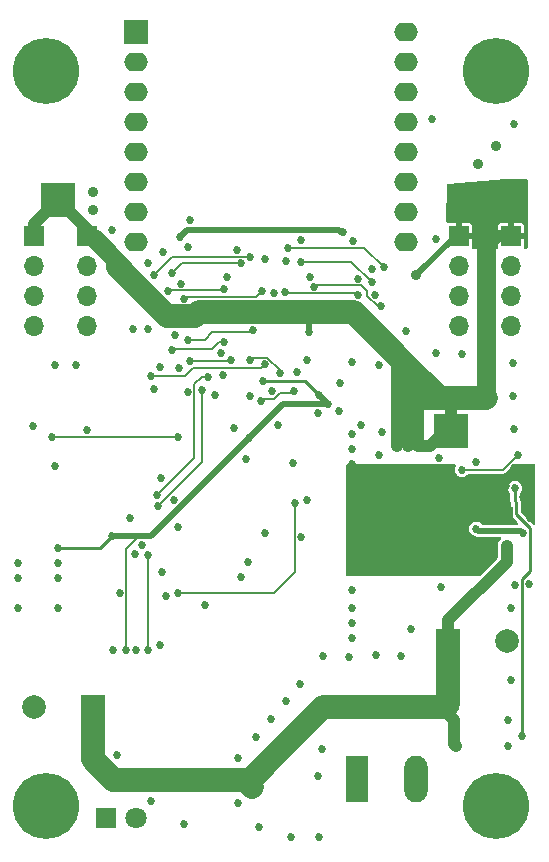
<source format=gbl>
%TF.GenerationSoftware,KiCad,Pcbnew,7.0.1*%
%TF.CreationDate,2023-06-05T22:57:50+02:00*%
%TF.ProjectId,AxisPCB-STM32F411,41786973-5043-4422-9d53-544d33324634,1*%
%TF.SameCoordinates,Original*%
%TF.FileFunction,Copper,L4,Bot*%
%TF.FilePolarity,Positive*%
%FSLAX46Y46*%
G04 Gerber Fmt 4.6, Leading zero omitted, Abs format (unit mm)*
G04 Created by KiCad (PCBNEW 7.0.1) date 2023-06-05 22:57:50*
%MOMM*%
%LPD*%
G01*
G04 APERTURE LIST*
%TA.AperFunction,ConnectorPad*%
%ADD10C,5.600000*%
%TD*%
%TA.AperFunction,ComponentPad*%
%ADD11C,3.600000*%
%TD*%
%TA.AperFunction,ComponentPad*%
%ADD12R,1.980000X3.960000*%
%TD*%
%TA.AperFunction,ComponentPad*%
%ADD13O,1.980000X3.960000*%
%TD*%
%TA.AperFunction,ComponentPad*%
%ADD14R,2.000000X2.000000*%
%TD*%
%TA.AperFunction,ComponentPad*%
%ADD15C,2.000000*%
%TD*%
%TA.AperFunction,ComponentPad*%
%ADD16R,1.700000X1.700000*%
%TD*%
%TA.AperFunction,ComponentPad*%
%ADD17O,1.700000X1.700000*%
%TD*%
%TA.AperFunction,ComponentPad*%
%ADD18O,2.000000X1.600000*%
%TD*%
%TA.AperFunction,ComponentPad*%
%ADD19R,1.800000X1.800000*%
%TD*%
%TA.AperFunction,ComponentPad*%
%ADD20C,1.800000*%
%TD*%
%TA.AperFunction,ComponentPad*%
%ADD21C,0.500000*%
%TD*%
%TA.AperFunction,SMDPad,CuDef*%
%ADD22R,1.550000X1.550000*%
%TD*%
%TA.AperFunction,SMDPad,CuDef*%
%ADD23R,3.000000X3.000000*%
%TD*%
%TA.AperFunction,ViaPad*%
%ADD24C,0.685800*%
%TD*%
%TA.AperFunction,ViaPad*%
%ADD25C,0.889000*%
%TD*%
%TA.AperFunction,Conductor*%
%ADD26C,0.508000*%
%TD*%
%TA.AperFunction,Conductor*%
%ADD27C,0.127000*%
%TD*%
%TA.AperFunction,Conductor*%
%ADD28C,2.032000*%
%TD*%
%TA.AperFunction,Conductor*%
%ADD29C,1.016000*%
%TD*%
%TA.AperFunction,Conductor*%
%ADD30C,0.254000*%
%TD*%
%TA.AperFunction,Conductor*%
%ADD31C,1.600000*%
%TD*%
G04 APERTURE END LIST*
D10*
X156210000Y-30480000D03*
D11*
X156210000Y-30480000D03*
D12*
X144428000Y-90424000D03*
D13*
X149428000Y-90424000D03*
D14*
X152153323Y-78740000D03*
D15*
X157153323Y-78740000D03*
D16*
X121600000Y-44450000D03*
D17*
X121600000Y-46990000D03*
X121600000Y-49530000D03*
X121600000Y-52070000D03*
D11*
X156210000Y-92710000D03*
D10*
X156210000Y-92710000D03*
D14*
X125730000Y-27178000D03*
D18*
X125730000Y-29718000D03*
X125730000Y-32258000D03*
X125730000Y-34798000D03*
X125730000Y-37338000D03*
X125730000Y-39878000D03*
X125730000Y-42418000D03*
X125730000Y-44958000D03*
X148590000Y-44958000D03*
X148590000Y-42418000D03*
X148590000Y-39878000D03*
X148590000Y-37338000D03*
X148590000Y-34798000D03*
X148590000Y-32258000D03*
X148590000Y-29718000D03*
X148590000Y-27178000D03*
D16*
X157480000Y-44450000D03*
D17*
X157480000Y-46990000D03*
X157480000Y-49530000D03*
X157480000Y-52070000D03*
D16*
X117094000Y-44450000D03*
D17*
X117094000Y-46990000D03*
X117094000Y-49530000D03*
X117094000Y-52070000D03*
D19*
X123185000Y-93726000D03*
D20*
X125725000Y-93726000D03*
D21*
X156343000Y-68701000D03*
X157393000Y-68701000D03*
D22*
X156868000Y-68176000D03*
D21*
X156343000Y-67651000D03*
X157393000Y-67651000D03*
D14*
X122052477Y-84302600D03*
D15*
X117052477Y-84302600D03*
D11*
X118110000Y-92710000D03*
D10*
X118110000Y-92710000D03*
D11*
X118110000Y-30480000D03*
D10*
X118110000Y-30480000D03*
D16*
X153035000Y-44450000D03*
D17*
X153035000Y-46990000D03*
X153035000Y-49530000D03*
X153035000Y-52070000D03*
D23*
X119126000Y-41402000D03*
X152400000Y-60960000D03*
D24*
X145161000Y-72898000D03*
X146304000Y-72898000D03*
X140335000Y-52578000D03*
X119126000Y-72136000D03*
X115697000Y-72136000D03*
X129274600Y-61479400D03*
X137769600Y-60452000D03*
X136601200Y-69646800D03*
X134620000Y-73355200D03*
X131572000Y-75692000D03*
X125628400Y-71424800D03*
X127889000Y-72873100D03*
X129286000Y-69088000D03*
X128930400Y-66852800D03*
X127863600Y-64973200D03*
X135001000Y-63373000D03*
X134010400Y-60756800D03*
X150774400Y-34594800D03*
X157734000Y-35001200D03*
X157480000Y-75996800D03*
X157429200Y-82092800D03*
X121564400Y-60858400D03*
X127762000Y-55575200D03*
X134264400Y-45618400D03*
X143967200Y-55168800D03*
X142900400Y-59283600D03*
X141122400Y-59486800D03*
X139319000Y-56007000D03*
X133096000Y-56235600D03*
X132917700Y-54406800D03*
X128981200Y-52832000D03*
X128778000Y-54102000D03*
X133197600Y-53441600D03*
X137261600Y-57556400D03*
X137871200Y-56083200D03*
X135331200Y-54965600D03*
X129387600Y-55626000D03*
X133756400Y-54965600D03*
X130302000Y-55016400D03*
X135585200Y-52425600D03*
X130098800Y-53238400D03*
X127000000Y-56337200D03*
X136601200Y-55321200D03*
X139649200Y-46634400D03*
X140766800Y-48743100D03*
X130285402Y-43129200D03*
X130149600Y-45364400D03*
X144068800Y-44856400D03*
X139649200Y-44805600D03*
X139060818Y-57585982D03*
X136296400Y-58470800D03*
X130098800Y-57708800D03*
X132435600Y-57962800D03*
X127508000Y-66395600D03*
X131851900Y-56388000D03*
X127558800Y-67310000D03*
X131318000Y-57479700D03*
X136601200Y-46431200D03*
X126746000Y-52324000D03*
X128044000Y-45847000D03*
X129476500Y-44513500D03*
X129540000Y-48489100D03*
X136403200Y-49149000D03*
X129794000Y-49784000D03*
X128397000Y-49149000D03*
X133146800Y-48971200D03*
X134625200Y-46760900D03*
X128746250Y-47593250D03*
X127254000Y-47752000D03*
X135387200Y-46228000D03*
D25*
X155321000Y-51689000D03*
D24*
X155321000Y-47498000D03*
X151511000Y-74168000D03*
X148971000Y-77724000D03*
X139573000Y-82423000D03*
X127000000Y-92329000D03*
X123748800Y-79502000D03*
X124841000Y-79502000D03*
X124079000Y-88392000D03*
X124333000Y-74676000D03*
X127762000Y-79095600D03*
X125730000Y-79502000D03*
X126746000Y-79502000D03*
X126746000Y-71501000D03*
X116967000Y-60579000D03*
X118618000Y-61468000D03*
X118872000Y-63957200D03*
X126746000Y-46736000D03*
X123698000Y-43942000D03*
X136144000Y-94488000D03*
X141478000Y-87884000D03*
X138430000Y-83820000D03*
X137160000Y-85344000D03*
X135890000Y-86868000D03*
X134366000Y-88646000D03*
X134366000Y-92456000D03*
X150876000Y-72898000D03*
X149733000Y-72898000D03*
X148590000Y-72898000D03*
X147447000Y-72898000D03*
X146304000Y-62992000D03*
X146558000Y-61087000D03*
X151130000Y-44704000D03*
X128270000Y-74930000D03*
X126238000Y-70612000D03*
X119126000Y-70866000D03*
X123698000Y-69850000D03*
X143205200Y-44145200D03*
X137414000Y-49276000D03*
X144497563Y-48082700D03*
X144487097Y-49469599D03*
X138356550Y-49219716D03*
X136448800Y-56743600D03*
X141224000Y-57912000D03*
X138379200Y-46583600D03*
X145948400Y-49428400D03*
X145669000Y-47244000D03*
X146431000Y-50419000D03*
X145669000Y-48387000D03*
X138562200Y-45466000D03*
X146685000Y-47117000D03*
X141986000Y-58674000D03*
X135280400Y-61569600D03*
X120650000Y-55372000D03*
X118872000Y-55372000D03*
X139192000Y-67056000D03*
X129286000Y-74676000D03*
X115697000Y-75946000D03*
X115697000Y-73406000D03*
X119126000Y-73406000D03*
X119126000Y-75946000D03*
X125170000Y-68326000D03*
X146304000Y-55372000D03*
X143002000Y-56896000D03*
X140208000Y-66802000D03*
X151384000Y-63246000D03*
X144018000Y-78486000D03*
X144018000Y-77216000D03*
X144018000Y-75946000D03*
X144018000Y-74422000D03*
X144018000Y-72898000D03*
X144018000Y-71628000D03*
X144018000Y-70104000D03*
X144018000Y-68326000D03*
X144018000Y-66802000D03*
X144018000Y-65278000D03*
X144018000Y-63754000D03*
X144018000Y-62484000D03*
X144018000Y-61214000D03*
X144780000Y-60452000D03*
X149606000Y-62230000D03*
X147828000Y-62230000D03*
X148717000Y-62230000D03*
D25*
X152400000Y-58166000D03*
X149887523Y-56614477D03*
X122047000Y-40767000D03*
D24*
X157607000Y-55245000D03*
D25*
X154686000Y-38328600D03*
D24*
X135379400Y-58036400D03*
D25*
X156159200Y-36855400D03*
D24*
X140213200Y-54991000D03*
X135178800Y-72034400D03*
X141224000Y-95380000D03*
X138811000Y-95377000D03*
X125450600Y-52324000D03*
X159004000Y-73914000D03*
X157810923Y-74015600D03*
X129794000Y-94234000D03*
X154531200Y-63604000D03*
X157607000Y-58039000D03*
X127254000Y-57454800D03*
D25*
X122047000Y-42291000D03*
D24*
X154305000Y-72517000D03*
X148183600Y-80035400D03*
X145999200Y-79933800D03*
X143789400Y-80086200D03*
X155090000Y-66347200D03*
X148590000Y-52476400D03*
X159105600Y-68300600D03*
X151130000Y-54356000D03*
X153289000Y-54483000D03*
X154470319Y-66966881D03*
X157020400Y-65636000D03*
X157734000Y-60833000D03*
X157200600Y-85471000D03*
X157251400Y-87630000D03*
X141097000Y-90170000D03*
X158445200Y-66550400D03*
X139014200Y-63652400D03*
X140441800Y-47955200D03*
X133456800Y-47955200D03*
X141528800Y-80035400D03*
X139724900Y-69951600D03*
X157683200Y-64109600D03*
X153769200Y-67972800D03*
X146913600Y-84353400D03*
X136728200Y-89204800D03*
X152781000Y-87630000D03*
X157099000Y-70739000D03*
X135534400Y-91084400D03*
X152654000Y-85471000D03*
X142697200Y-84353400D03*
X157808800Y-65831600D03*
X158419800Y-86766400D03*
D25*
X155321000Y-54991000D03*
D24*
X155321000Y-45466000D03*
X155321000Y-44069000D03*
D25*
X153517600Y-42443400D03*
X155321000Y-58166000D03*
X149428200Y-47777400D03*
D24*
X155321000Y-42926000D03*
D25*
X156184600Y-41325800D03*
D24*
X124984217Y-47850730D03*
X158064200Y-62992000D03*
X153310000Y-64264400D03*
X154531200Y-69242800D03*
X158483800Y-69596000D03*
D26*
X154706600Y-69418200D02*
X154531200Y-69242800D01*
X158483800Y-69596000D02*
X158306000Y-69418200D01*
X158306000Y-69418200D02*
X154706600Y-69418200D01*
D27*
X137414000Y-58293000D02*
X136474200Y-58293000D01*
X136474200Y-58293000D02*
X136296400Y-58470800D01*
X137922000Y-57785000D02*
X137414000Y-58293000D01*
X138861800Y-57785000D02*
X137922000Y-57785000D01*
X139060818Y-57585982D02*
X138861800Y-57785000D01*
D26*
X140335000Y-52578000D02*
X140335000Y-50927000D01*
D28*
X140335000Y-50927000D02*
X131089400Y-50927000D01*
X144200046Y-50927000D02*
X140335000Y-50927000D01*
X131089400Y-50927000D02*
X130746500Y-51269900D01*
X130746500Y-51269900D02*
X128358900Y-51269900D01*
X147855523Y-54582477D02*
X144200046Y-50927000D01*
X128358900Y-51269900D02*
X124206000Y-47117000D01*
D27*
X128524000Y-49022000D02*
X128397000Y-49149000D01*
X133096000Y-49022000D02*
X128524000Y-49022000D01*
X133146800Y-48971200D02*
X133096000Y-49022000D01*
D26*
X135280400Y-61569600D02*
X138176000Y-58674000D01*
X135280400Y-61569600D02*
X127000000Y-69850000D01*
X138176000Y-58674000D02*
X141986000Y-58674000D01*
D27*
X129274600Y-61479400D02*
X129263200Y-61468000D01*
X129263200Y-61468000D02*
X118618000Y-61468000D01*
X145034000Y-45466000D02*
X138562200Y-45466000D01*
X146685000Y-47117000D02*
X145034000Y-45466000D01*
D29*
X124206000Y-47117000D02*
X124206000Y-47056000D01*
X124206000Y-47056000D02*
X121600000Y-44450000D01*
X124984217Y-47057017D02*
X124984217Y-47850730D01*
X121600000Y-44450000D02*
X122377200Y-44450000D01*
X122377200Y-44450000D02*
X124984217Y-47057017D01*
D26*
X141986000Y-58674000D02*
X141224000Y-57912000D01*
D27*
X132740400Y-53441600D02*
X133197600Y-53441600D01*
X132130800Y-54051200D02*
X132740400Y-53441600D01*
X128828800Y-54051200D02*
X132130800Y-54051200D01*
X128778000Y-54102000D02*
X128828800Y-54051200D01*
X132130800Y-52628800D02*
X135382000Y-52628800D01*
X131521200Y-53238400D02*
X132130800Y-52628800D01*
X130098800Y-53238400D02*
X131521200Y-53238400D01*
X135382000Y-52628800D02*
X135585200Y-52425600D01*
X133756400Y-54965600D02*
X133705600Y-55016400D01*
X133705600Y-55016400D02*
X130302000Y-55016400D01*
X135509000Y-54787800D02*
X135331200Y-54965600D01*
X136822142Y-54787800D02*
X135509000Y-54787800D01*
X137871200Y-55836858D02*
X136822142Y-54787800D01*
X137871200Y-56083200D02*
X137871200Y-55836858D01*
X127050800Y-56286400D02*
X127000000Y-56337200D01*
X129895600Y-56286400D02*
X127050800Y-56286400D01*
X136601200Y-55321200D02*
X136296400Y-55626000D01*
X136296400Y-55626000D02*
X130556000Y-55626000D01*
X130556000Y-55626000D02*
X129895600Y-56286400D01*
X130657600Y-63246000D02*
X127508000Y-66395600D01*
X130657600Y-56997600D02*
X130657600Y-63246000D01*
X131267200Y-56388000D02*
X130657600Y-56997600D01*
X131851900Y-56388000D02*
X131267200Y-56388000D01*
X127584200Y-67310000D02*
X127558800Y-67310000D01*
X131318000Y-57479700D02*
X131318000Y-63576200D01*
X131318000Y-63576200D02*
X127584200Y-67310000D01*
X140894300Y-48615600D02*
X140766800Y-48743100D01*
X145288000Y-49522342D02*
X145288000Y-49123600D01*
X146184658Y-50419000D02*
X145288000Y-49522342D01*
X145288000Y-49123600D02*
X144780000Y-48615600D01*
X144780000Y-48615600D02*
X140894300Y-48615600D01*
X146431000Y-50419000D02*
X146184658Y-50419000D01*
X143916400Y-46634400D02*
X145669000Y-48387000D01*
X139649200Y-46634400D02*
X143916400Y-46634400D01*
X144293498Y-49276000D02*
X144487097Y-49469599D01*
X138356550Y-49219716D02*
X138412834Y-49276000D01*
X138412834Y-49276000D02*
X144293498Y-49276000D01*
D26*
X130048000Y-43942000D02*
X129476500Y-44513500D01*
X142900400Y-43942000D02*
X130048000Y-43942000D01*
X143154400Y-44196000D02*
X142900400Y-43942000D01*
D30*
X140055600Y-56743600D02*
X141224000Y-57912000D01*
X136448800Y-56743600D02*
X140055600Y-56743600D01*
D27*
X129921000Y-49657000D02*
X135895200Y-49657000D01*
X129794000Y-49784000D02*
X129921000Y-49657000D01*
X134600300Y-46736000D02*
X134625200Y-46760900D01*
X128746250Y-47593250D02*
X129603500Y-46736000D01*
X129603500Y-46736000D02*
X134600300Y-46736000D01*
X128778000Y-46228000D02*
X135387200Y-46228000D01*
X127254000Y-47752000D02*
X128778000Y-46228000D01*
D30*
X143205200Y-44145200D02*
X143154400Y-44196000D01*
D27*
X134625200Y-46736000D02*
X134625200Y-46760900D01*
X135895200Y-49657000D02*
X136403200Y-49149000D01*
X124866400Y-70959850D02*
X124866400Y-79476600D01*
X124866400Y-79476600D02*
X124841000Y-79502000D01*
X125976250Y-69850000D02*
X124866400Y-70959850D01*
X127000000Y-69850000D02*
X125976250Y-69850000D01*
X126746000Y-71501000D02*
X126746000Y-79502000D01*
X139192000Y-72898000D02*
X139192000Y-67056000D01*
X137414000Y-74676000D02*
X139192000Y-72898000D01*
X129286000Y-74676000D02*
X137414000Y-74676000D01*
D30*
X122682000Y-70866000D02*
X119126000Y-70866000D01*
X123698000Y-69850000D02*
X122682000Y-70866000D01*
D26*
X127000000Y-69850000D02*
X123698000Y-69850000D01*
D29*
X147828000Y-58674000D02*
X147828000Y-54610000D01*
D28*
X152400000Y-58166000D02*
X148717000Y-58166000D01*
D29*
X148717000Y-58166000D02*
X148717000Y-57785000D01*
X148717000Y-62230000D02*
X148717000Y-58166000D01*
X149606000Y-62230000D02*
X149606000Y-59436000D01*
X149606000Y-59436000D02*
X149606000Y-56896000D01*
X152400000Y-58166000D02*
X152400000Y-60960000D01*
X148717000Y-55443954D02*
X148717000Y-57785000D01*
X147855523Y-54582477D02*
X148717000Y-55443954D01*
X147828000Y-54610000D02*
X147855523Y-54582477D01*
D28*
X149887523Y-56614477D02*
X147855523Y-54582477D01*
D29*
X147828000Y-58674000D02*
X149887523Y-56614477D01*
X147828000Y-62230000D02*
X147828000Y-58674000D01*
X148717000Y-57785000D02*
X149887523Y-56614477D01*
D26*
X149606000Y-56896000D02*
X149887523Y-56614477D01*
D29*
X150622000Y-62230000D02*
X152400000Y-60452000D01*
X149606000Y-62230000D02*
X150622000Y-62230000D01*
D28*
X155321000Y-58166000D02*
X152400000Y-58166000D01*
X152400000Y-58166000D02*
X151439046Y-58166000D01*
X151439046Y-58166000D02*
X149887523Y-56614477D01*
X122052477Y-88753077D02*
X123799600Y-90500200D01*
X142697200Y-84353400D02*
X141579600Y-84353400D01*
D29*
X152654000Y-85471000D02*
X152654000Y-87503000D01*
X152153323Y-77005477D02*
X152153323Y-78740000D01*
D28*
X144526000Y-84353400D02*
X146913600Y-84353400D01*
X146913600Y-84353400D02*
X151924723Y-84353400D01*
X151924723Y-84353400D02*
X152153323Y-84124800D01*
X135432800Y-90500200D02*
X136728200Y-89204800D01*
X134950200Y-90500200D02*
X135534400Y-91084400D01*
D29*
X152654000Y-87503000D02*
X152781000Y-87630000D01*
D28*
X142697200Y-84353400D02*
X144526000Y-84353400D01*
D29*
X152153323Y-84124800D02*
X152153323Y-84970323D01*
X152153323Y-84970323D02*
X152654000Y-85471000D01*
D28*
X141579600Y-84353400D02*
X136728200Y-89204800D01*
D29*
X157099000Y-70739000D02*
X157099000Y-72059800D01*
D28*
X122052477Y-84302600D02*
X122052477Y-88753077D01*
D29*
X157099000Y-72059800D02*
X152153323Y-77005477D01*
D28*
X123799600Y-90500200D02*
X134950200Y-90500200D01*
X152153323Y-78740000D02*
X152153323Y-84124800D01*
X134950200Y-90500200D02*
X135432800Y-90500200D01*
D30*
X159080200Y-72847200D02*
X158407323Y-73520077D01*
X159080200Y-69215000D02*
X159080200Y-72847200D01*
X158407323Y-86753923D02*
X158419800Y-86766400D01*
X157808800Y-66876800D02*
X157897000Y-66965000D01*
X157897000Y-68031800D02*
X159080200Y-69215000D01*
X158407323Y-73520077D02*
X158407323Y-86753923D01*
X157808800Y-65831600D02*
X157808800Y-66876800D01*
X157897000Y-66965000D02*
X157897000Y-68031800D01*
D29*
X121600000Y-43876000D02*
X119126000Y-41402000D01*
X117094000Y-43434000D02*
X119126000Y-41402000D01*
D30*
X152781000Y-44450000D02*
X153035000Y-44450000D01*
D31*
X155321000Y-45466000D02*
X155321000Y-58166000D01*
D29*
X157480000Y-44450000D02*
X156337000Y-44450000D01*
D30*
X149428200Y-47777400D02*
X149453600Y-47777400D01*
D26*
X149453600Y-47777400D02*
X152781000Y-44450000D01*
D29*
X117094000Y-44450000D02*
X117094000Y-43434000D01*
X121600000Y-44450000D02*
X121600000Y-43876000D01*
X156337000Y-44450000D02*
X155321000Y-45466000D01*
D30*
X153360800Y-64213600D02*
X153310000Y-64264400D01*
D27*
X158038800Y-62992000D02*
X156768800Y-64262000D01*
X153409200Y-64262000D02*
X153360800Y-64213600D01*
D30*
X158064200Y-62992000D02*
X158038800Y-62992000D01*
D27*
X156768800Y-64262000D02*
X153409200Y-64262000D01*
%TA.AperFunction,Conductor*%
G36*
X158813029Y-39617542D02*
G01*
X158859817Y-39663065D01*
X158877000Y-39726043D01*
X158877000Y-45443600D01*
X158860387Y-45505600D01*
X158815000Y-45550987D01*
X158753000Y-45567600D01*
X158703155Y-45567600D01*
X158650138Y-45555695D01*
X158607301Y-45522265D01*
X158582871Y-45473729D01*
X158581538Y-45419408D01*
X158600000Y-45326596D01*
X158600000Y-44700000D01*
X156360001Y-44700000D01*
X156360001Y-45326593D01*
X156378462Y-45419411D01*
X156377127Y-45473731D01*
X156352697Y-45522266D01*
X156309860Y-45555695D01*
X156256844Y-45567600D01*
X154258155Y-45567600D01*
X154205138Y-45555695D01*
X154162301Y-45522265D01*
X154137871Y-45473729D01*
X154136538Y-45419408D01*
X154155000Y-45326596D01*
X154155000Y-44700000D01*
X152909000Y-44700000D01*
X152847000Y-44683387D01*
X152801613Y-44638000D01*
X152785000Y-44576000D01*
X152785000Y-43330001D01*
X152158406Y-43330001D01*
X152152653Y-43331145D01*
X152107172Y-43330000D01*
X153285000Y-43330000D01*
X153285000Y-44200000D01*
X154154999Y-44200000D01*
X156360000Y-44200000D01*
X157230000Y-44200000D01*
X157230000Y-43330001D01*
X156603407Y-43330001D01*
X156524650Y-43345665D01*
X156435340Y-43405340D01*
X156375664Y-43494651D01*
X156360000Y-43573403D01*
X156360000Y-44200000D01*
X154154999Y-44200000D01*
X154154999Y-43573407D01*
X154139334Y-43494650D01*
X154079659Y-43405340D01*
X153990348Y-43345664D01*
X153911597Y-43330000D01*
X157730000Y-43330000D01*
X157730000Y-44200000D01*
X158599999Y-44200000D01*
X158599999Y-43573407D01*
X158584334Y-43494650D01*
X158524659Y-43405340D01*
X158435348Y-43345664D01*
X158356597Y-43330000D01*
X157730000Y-43330000D01*
X153911597Y-43330000D01*
X153285000Y-43330000D01*
X152107172Y-43330000D01*
X152098195Y-43329774D01*
X152049580Y-43305196D01*
X152016190Y-43262154D01*
X152004469Y-43208955D01*
X152018475Y-40169605D01*
X152033633Y-40110768D01*
X152074925Y-40066193D01*
X152132432Y-40046587D01*
X157019516Y-39649666D01*
X157026109Y-39649309D01*
X158749605Y-39602090D01*
X158813029Y-39617542D01*
G37*
%TD.AperFunction*%
%TA.AperFunction,Conductor*%
G36*
X152755107Y-63772699D02*
G01*
X152800839Y-63823155D01*
X152813030Y-63890153D01*
X152788004Y-63953485D01*
X152782931Y-63960096D01*
X152722131Y-64106880D01*
X152701392Y-64264399D01*
X152722131Y-64421919D01*
X152782929Y-64568701D01*
X152782930Y-64568703D01*
X152782931Y-64568704D01*
X152879650Y-64694750D01*
X153005696Y-64791469D01*
X153152481Y-64852269D01*
X153289260Y-64870276D01*
X153309999Y-64873007D01*
X153309999Y-64873006D01*
X153310000Y-64873007D01*
X153467519Y-64852269D01*
X153614304Y-64791469D01*
X153740350Y-64694750D01*
X153786570Y-64634514D01*
X153830103Y-64598788D01*
X153884947Y-64586000D01*
X156749243Y-64586000D01*
X156760049Y-64586471D01*
X156797474Y-64589746D01*
X156833794Y-64580013D01*
X156844296Y-64577685D01*
X156881324Y-64571157D01*
X156881327Y-64571155D01*
X156882423Y-64570962D01*
X156906925Y-64560814D01*
X156907840Y-64560173D01*
X156907841Y-64560173D01*
X156938614Y-64538624D01*
X156947744Y-64532808D01*
X156980276Y-64514027D01*
X157004433Y-64485236D01*
X157011721Y-64477283D01*
X157698685Y-63790318D01*
X157738913Y-63763439D01*
X157786366Y-63754000D01*
X159395500Y-63754000D01*
X159457500Y-63770613D01*
X159502887Y-63816000D01*
X159519500Y-63878000D01*
X159519500Y-68806929D01*
X159505985Y-68863224D01*
X159468385Y-68907247D01*
X159414898Y-68929402D01*
X159357182Y-68924860D01*
X159307819Y-68894610D01*
X159296581Y-68883372D01*
X159296574Y-68883367D01*
X158320819Y-67907611D01*
X158293939Y-67867383D01*
X158284500Y-67819930D01*
X158284500Y-66903628D01*
X158284500Y-66903626D01*
X158277969Y-66883527D01*
X158273432Y-66864629D01*
X158270128Y-66843763D01*
X158260538Y-66824943D01*
X158253094Y-66806969D01*
X158246569Y-66786886D01*
X158246568Y-66786885D01*
X158234155Y-66769800D01*
X158223989Y-66753210D01*
X158209814Y-66725388D01*
X158196300Y-66669096D01*
X158196300Y-66355980D01*
X158209088Y-66301135D01*
X158230075Y-66275563D01*
X158229212Y-66274901D01*
X158239150Y-66261950D01*
X158335869Y-66135904D01*
X158396669Y-65989119D01*
X158417407Y-65831600D01*
X158396669Y-65674081D01*
X158335869Y-65527297D01*
X158239150Y-65401250D01*
X158113104Y-65304531D01*
X158113103Y-65304530D01*
X158113101Y-65304529D01*
X157966319Y-65243731D01*
X157808799Y-65222992D01*
X157651280Y-65243731D01*
X157504496Y-65304531D01*
X157378449Y-65401249D01*
X157281731Y-65527296D01*
X157220931Y-65674080D01*
X157200192Y-65831599D01*
X157220931Y-65989119D01*
X157281729Y-66135901D01*
X157388388Y-66274901D01*
X157387524Y-66275563D01*
X157408512Y-66301135D01*
X157421300Y-66355980D01*
X157421300Y-66938176D01*
X157427826Y-66958263D01*
X157432366Y-66977173D01*
X157435671Y-66998035D01*
X157445259Y-67016853D01*
X157452705Y-67034829D01*
X157459231Y-67054916D01*
X157471646Y-67072004D01*
X157481809Y-67088588D01*
X157495983Y-67116404D01*
X157509500Y-67172702D01*
X157509500Y-68093176D01*
X157516026Y-68113263D01*
X157520566Y-68132173D01*
X157523871Y-68153035D01*
X157533459Y-68171853D01*
X157540905Y-68189829D01*
X157547431Y-68209916D01*
X157559846Y-68227004D01*
X157570009Y-68243589D01*
X157579596Y-68262404D01*
X157601432Y-68284240D01*
X158009212Y-68692019D01*
X158039462Y-68741382D01*
X158044004Y-68799098D01*
X158021849Y-68852585D01*
X157977826Y-68890185D01*
X157921531Y-68903700D01*
X155092718Y-68903700D01*
X155037874Y-68890912D01*
X154994341Y-68855185D01*
X154961550Y-68812450D01*
X154835501Y-68715729D01*
X154688719Y-68654931D01*
X154531199Y-68634192D01*
X154373680Y-68654931D01*
X154226896Y-68715731D01*
X154100849Y-68812449D01*
X154004131Y-68938496D01*
X153943331Y-69085280D01*
X153922592Y-69242799D01*
X153943331Y-69400319D01*
X154004129Y-69547101D01*
X154004130Y-69547103D01*
X154004131Y-69547104D01*
X154100850Y-69673150D01*
X154226896Y-69769869D01*
X154304340Y-69801947D01*
X154388764Y-69836917D01*
X154388595Y-69837324D01*
X154430531Y-69854553D01*
X154452067Y-69870885D01*
X154464224Y-69875679D01*
X154467023Y-69876783D01*
X154485958Y-69886188D01*
X154495323Y-69891882D01*
X154499696Y-69894542D01*
X154536285Y-69904793D01*
X154548287Y-69908830D01*
X154583639Y-69922771D01*
X154599632Y-69924415D01*
X154620405Y-69928363D01*
X154635883Y-69932700D01*
X154635884Y-69932700D01*
X154673869Y-69932700D01*
X154686547Y-69933349D01*
X154724331Y-69937234D01*
X154740171Y-69934502D01*
X154761240Y-69932700D01*
X156519113Y-69932700D01*
X156575408Y-69946215D01*
X156619431Y-69983815D01*
X156641586Y-70037302D01*
X156637044Y-70095018D01*
X156606794Y-70144381D01*
X156494361Y-70256813D01*
X156402224Y-70403449D01*
X156345026Y-70566913D01*
X156330500Y-70695837D01*
X156330500Y-71690115D01*
X156321061Y-71737568D01*
X156294181Y-71777796D01*
X154829296Y-73242681D01*
X154789068Y-73269561D01*
X154741615Y-73279000D01*
X143634000Y-73279000D01*
X143572000Y-73262387D01*
X143526613Y-73217000D01*
X143510000Y-73155000D01*
X143510000Y-63878000D01*
X143526613Y-63816000D01*
X143572000Y-63770613D01*
X143634000Y-63754000D01*
X152689627Y-63754000D01*
X152755107Y-63772699D01*
G37*
%TD.AperFunction*%
M02*

</source>
